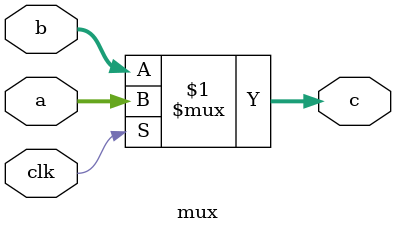
<source format=v>
module mux(clk, a, b, c);
  input  wire clk;
  input  wire [3:0] a;
  input  wire [3:0] b;
  output reg [3:0] c;

  assign c = clk ? a : b;

endmodule

</source>
